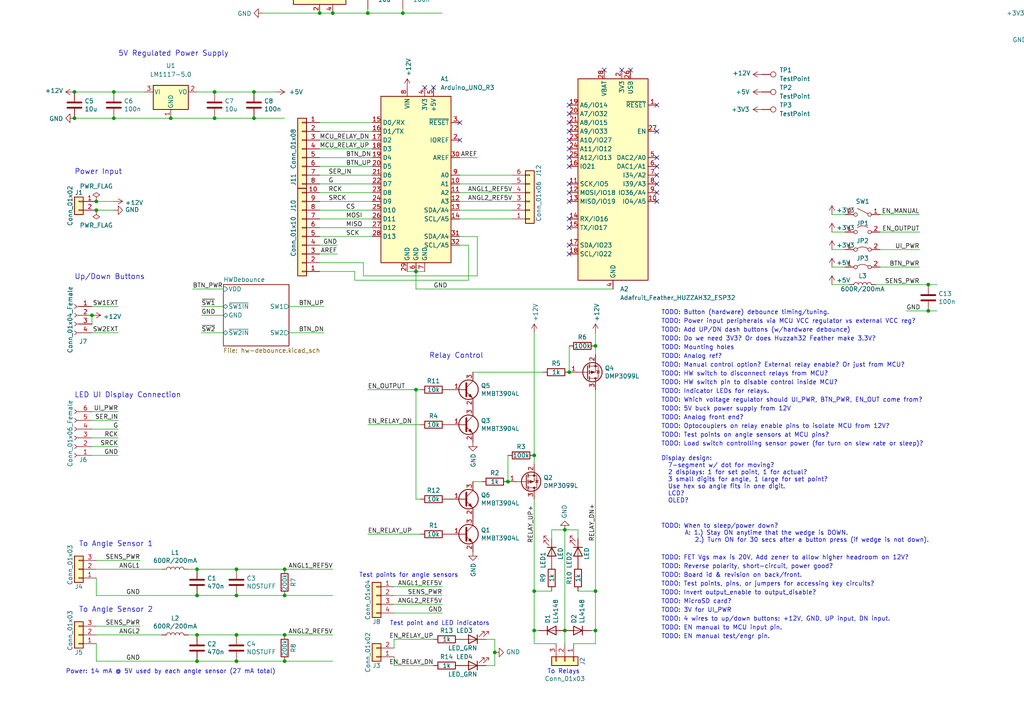
<source format=kicad_sch>
(kicad_sch (version 20211123) (generator eeschema)
  (paper "A4")
  (junction (at 82.55 172.72))
  (junction (at 92.71 3.81))
  (junction (at 163.83 182.88))
  (junction (at 27.94 58.42))
  (junction (at 27.94 60.96))
  (junction (at 39.37 236.22))
  (junction (at 39.37 248.92))
  (junction (at 172.72 171.45))
  (junction (at 116.84 -5.08))
  (junction (at 147.32 139.7))
  (junction (at 68.58 165.1))
  (junction (at 116.84 3.81))
  (junction (at 147.32 267.97))
  (junction (at 127 220.98))
  (junction (at 304.8 11.43))
  (junction (at 172.72 182.88))
  (junction (at 304.8 3.81))
  (junction (at 154.94 182.88))
  (junction (at 57.15 191.77))
  (junction (at 82.55 191.77))
  (junction (at 163.83 153.67))
  (junction (at 68.58 184.15))
  (junction (at 39.37 267.97))
  (junction (at 172.72 220.98))
  (junction (at 82.55 184.15))
  (junction (at 82.55 165.1))
  (junction (at 120.65 113.03))
  (junction (at -49.53 88.9))
  (junction (at 33.02 34.29))
  (junction (at 49.53 34.29))
  (junction (at 73.66 26.67))
  (junction (at 57.15 165.1))
  (junction (at 154.94 171.45))
  (junction (at 62.23 34.29))
  (junction (at 43.18 220.98))
  (junction (at 57.15 184.15))
  (junction (at 62.23 26.67))
  (junction (at 170.18 267.97))
  (junction (at 35.56 267.97))
  (junction (at 68.58 191.77))
  (junction (at 127 267.97))
  (junction (at 106.68 -5.08))
  (junction (at 26.67 91.44))
  (junction (at 269.24 82.55))
  (junction (at -34.29 107.95))
  (junction (at 154.94 132.08))
  (junction (at 143.51 189.23))
  (junction (at 21.59 26.67))
  (junction (at -34.29 88.9))
  (junction (at 21.59 34.29))
  (junction (at 269.24 90.17))
  (junction (at 78.74 -5.08))
  (junction (at 39.37 238.76))
  (junction (at 96.52 3.81))
  (junction (at 106.68 3.81))
  (junction (at -49.53 107.95))
  (junction (at 39.37 254))
  (junction (at 165.1 107.95))
  (junction (at 147.32 220.98))
  (junction (at 33.02 26.67))
  (junction (at 57.15 172.72))
  (junction (at 68.58 172.72))
  (junction (at 172.72 100.33))
  (junction (at 120.65 78.74))
  (junction (at 73.66 34.29))
  (no_connect (at 133.35 40.64))
  (no_connect (at 133.35 35.56))
  (no_connect (at 125.73 25.4))
  (no_connect (at 123.19 25.4))
  (no_connect (at 355.6 40.64))
  (no_connect (at 355.6 43.18))
  (no_connect (at 355.6 45.72))
  (no_connect (at 355.6 22.86))
  (no_connect (at 190.5 58.42))
  (no_connect (at 190.5 55.88))
  (no_connect (at 190.5 53.34))
  (no_connect (at 190.5 50.8))
  (no_connect (at 190.5 48.26))
  (no_connect (at 190.5 45.72))
  (no_connect (at 190.5 38.1))
  (no_connect (at 190.5 30.48))
  (no_connect (at 182.88 20.32))
  (no_connect (at 180.34 20.32))
  (no_connect (at 175.26 20.32))
  (no_connect (at 165.1 30.48))
  (no_connect (at 165.1 33.02))
  (no_connect (at 165.1 35.56))
  (no_connect (at 165.1 38.1))
  (no_connect (at 165.1 40.64))
  (no_connect (at 165.1 43.18))
  (no_connect (at 165.1 45.72))
  (no_connect (at 165.1 48.26))
  (no_connect (at 165.1 53.34))
  (no_connect (at 165.1 55.88))
  (no_connect (at 165.1 58.42))
  (no_connect (at 165.1 63.5))
  (no_connect (at 165.1 66.04))
  (no_connect (at 165.1 71.12))
  (no_connect (at 165.1 73.66))
  (wire (pts (xy 26.67 267.97) (xy 35.56 267.97)))
  (wire (pts (xy 147.32 247.65) (xy 147.32 267.97)))
  (wire (pts (xy 57.15 26.67) (xy 62.23 26.67)))
  (wire (pts (xy 114.3 175.26) (xy 128.27 175.26)))
  (wire (pts (xy 82.55 184.15) (xy 96.52 184.15)))
  (wire (pts (xy 55.88 83.82) (xy 64.77 83.82)))
  (wire (pts (xy 26.67 121.92) (xy 34.29 121.92)))
  (wire (pts (xy 127 241.3) (xy 135.89 241.3)))
  (wire (pts (xy 133.35 68.58) (xy 138.43 68.58)))
  (wire (pts (xy 39.37 236.22) (xy 43.18 236.22)))
  (wire (pts (xy 147.32 220.98) (xy 172.72 220.98)))
  (wire (pts (xy 147.32 238.76) (xy 147.32 237.49)))
  (wire (pts (xy 104.14 -5.08) (xy 106.68 -5.08)))
  (wire (pts (xy 39.37 238.76) (xy 39.37 248.92)))
  (wire (pts (xy 241.3 82.55) (xy 246.38 82.55)))
  (wire (pts (xy 302.26 25.4) (xy 311.15 25.4)))
  (wire (pts (xy 92.71 40.64) (xy 107.95 40.64)))
  (wire (pts (xy -34.29 99.06) (xy -29.21 99.06)))
  (wire (pts (xy 255.27 77.47) (xy 266.7 77.47)))
  (wire (pts (xy 127 220.98) (xy 147.32 220.98)))
  (wire (pts (xy 26.67 91.44) (xy 26.67 93.98)))
  (wire (pts (xy 154.94 182.88) (xy 156.21 182.88)))
  (wire (pts (xy 127 267.97) (xy 147.32 267.97)))
  (polyline (pts (xy -3.81 27.94) (xy -3.81 140.97)))
  (wire (pts (xy 172.72 102.87) (xy 172.72 100.33)))
  (wire (pts (xy 302.26 59.69) (xy 346.71 59.69)))
  (wire (pts (xy 172.72 220.98) (xy 175.26 220.98)))
  (wire (pts (xy 27.94 167.64) (xy 27.94 172.72)))
  (wire (pts (xy 57.15 184.15) (xy 68.58 184.15)))
  (wire (pts (xy 92.71 73.66) (xy 97.79 73.66)))
  (wire (pts (xy 167.64 156.21) (xy 167.64 153.67)))
  (wire (pts (xy 21.59 34.29) (xy 33.02 34.29)))
  (wire (pts (xy 147.32 241.3) (xy 172.72 241.3)))
  (wire (pts (xy 154.94 144.78) (xy 154.94 171.45)))
  (wire (pts (xy 73.66 238.76) (xy 73.66 241.3)))
  (wire (pts (xy 135.89 81.28) (xy 102.87 81.28)))
  (wire (pts (xy 106.68 -5.08) (xy 116.84 -5.08)))
  (wire (pts (xy 157.48 107.95) (xy 137.16 107.95)))
  (wire (pts (xy 57.15 172.72) (xy 68.58 172.72)))
  (wire (pts (xy -34.29 88.9) (xy -29.21 88.9)))
  (wire (pts (xy 344.17 50.8) (xy 341.63 50.8)))
  (wire (pts (xy 147.32 267.97) (xy 170.18 267.97)))
  (wire (pts (xy 49.53 34.29) (xy 62.23 34.29)))
  (wire (pts (xy 54.61 165.1) (xy 57.15 165.1)))
  (wire (pts (xy 57.15 191.77) (xy 68.58 191.77)))
  (wire (pts (xy 255.27 72.39) (xy 266.7 72.39)))
  (wire (pts (xy 133.35 71.12) (xy 135.89 71.12)))
  (wire (pts (xy 58.42 91.44) (xy 64.77 91.44)))
  (wire (pts (xy 266.7 67.31) (xy 255.27 67.31)))
  (wire (pts (xy 116.84 -5.08) (xy 128.27 -5.08)))
  (wire (pts (xy 91.44 248.92) (xy 39.37 248.92)))
  (wire (pts (xy 54.61 184.15) (xy 57.15 184.15)))
  (wire (pts (xy 241.3 77.47) (xy 245.11 77.47)))
  (wire (pts (xy 35.56 242.57) (xy 35.56 267.97)))
  (wire (pts (xy 26.67 129.54) (xy 34.29 129.54)))
  (wire (pts (xy 127 231.14) (xy 127 220.98)))
  (wire (pts (xy 147.32 132.08) (xy 147.32 139.7)))
  (wire (pts (xy 154.94 186.69) (xy 154.94 182.88)))
  (wire (pts (xy 73.66 236.22) (xy 91.44 236.22)))
  (wire (pts (xy 304.8 3.81) (xy 309.88 3.81)))
  (wire (pts (xy 139.7 139.7) (xy 137.16 139.7)))
  (wire (pts (xy 138.43 68.58) (xy 138.43 80.01)))
  (wire (pts (xy 135.89 71.12) (xy 135.89 81.28)))
  (wire (pts (xy 140.97 193.04) (xy 143.51 193.04)))
  (wire (pts (xy 78.74 -5.08) (xy 81.28 -5.08)))
  (wire (pts (xy 140.97 185.42) (xy 143.51 185.42)))
  (wire (pts (xy 77.47 238.76) (xy 91.44 238.76)))
  (wire (pts (xy 127 261.62) (xy 127 267.97)))
  (wire (pts (xy 120.65 83.82) (xy 177.8 83.82)))
  (wire (pts (xy 21.59 26.67) (xy 33.02 26.67)))
  (wire (pts (xy 121.92 113.03) (xy 120.65 113.03)))
  (wire (pts (xy 118.11 78.74) (xy 120.65 78.74)))
  (wire (pts (xy 133.35 45.72) (xy 138.43 45.72)))
  (wire (pts (xy -64.77 80.01) (xy -57.15 80.01)))
  (wire (pts (xy 92.71 43.18) (xy 107.95 43.18)))
  (wire (pts (xy 172.72 241.3) (xy 172.72 220.98)))
  (wire (pts (xy -34.29 85.09) (xy -34.29 88.9)))
  (wire (pts (xy 120.65 78.74) (xy 120.65 83.82)))
  (wire (pts (xy 172.72 100.33) (xy 172.72 96.52)))
  (wire (pts (xy 76.2 -5.08) (xy 78.74 -5.08)))
  (wire (pts (xy 114.3 172.72) (xy 128.27 172.72)))
  (wire (pts (xy 172.72 182.88) (xy 171.45 182.88)))
  (wire (pts (xy -49.53 107.95) (xy -34.29 107.95)))
  (wire (pts (xy 83.82 96.52) (xy 93.98 96.52)))
  (wire (pts (xy 27.94 191.77) (xy 57.15 191.77)))
  (wire (pts (xy 73.66 34.29) (xy 82.55 34.29)))
  (wire (pts (xy 344.17 48.26) (xy 341.63 48.26)))
  (wire (pts (xy 26.67 132.08) (xy 34.29 132.08)))
  (wire (pts (xy -64.77 99.06) (xy -57.15 99.06)))
  (wire (pts (xy 116.84 2.54) (xy 116.84 3.81)))
  (wire (pts (xy 262.89 90.17) (xy 269.24 90.17)))
  (wire (pts (xy 39.37 254) (xy 39.37 248.92)))
  (wire (pts (xy 92.71 71.12) (xy 97.79 71.12)))
  (wire (pts (xy 130.81 238.76) (xy 130.81 246.38)))
  (wire (pts (xy 153.67 234.95) (xy 166.37 234.95)))
  (wire (pts (xy 39.37 238.76) (xy 43.18 238.76)))
  (wire (pts (xy 133.35 55.88) (xy 148.59 55.88)))
  (wire (pts (xy 269.24 82.55) (xy 271.78 82.55)))
  (wire (pts (xy 92.71 68.58) (xy 107.95 68.58)))
  (wire (pts (xy 120.65 113.03) (xy 120.65 144.78)))
  (wire (pts (xy 114.3 190.5) (xy 114.3 193.04)))
  (wire (pts (xy 302.26 48.26) (xy 311.15 48.26)))
  (wire (pts (xy 302.26 50.8) (xy 302.26 59.69)))
  (wire (pts (xy 33.02 26.67) (xy 41.91 26.67)))
  (wire (pts (xy 300.99 3.81) (xy 304.8 3.81)))
  (wire (pts (xy 143.51 185.42) (xy 143.51 189.23)))
  (wire (pts (xy 40.64 181.61) (xy 27.94 181.61)))
  (wire (pts (xy 163.83 153.67) (xy 167.64 153.67)))
  (wire (pts (xy 116.84 3.81) (xy 128.27 3.81)))
  (wire (pts (xy 127 238.76) (xy 130.81 238.76)))
  (polyline (pts (xy -95.25 27.94) (xy -3.81 27.94)))
  (wire (pts (xy 163.83 153.67) (xy 163.83 182.88)))
  (wire (pts (xy 106.68 123.19) (xy 121.92 123.19)))
  (wire (pts (xy 58.42 88.9) (xy 64.77 88.9)))
  (wire (pts (xy 27.94 186.69) (xy 27.94 191.77)))
  (wire (pts (xy 82.55 165.1) (xy 96.52 165.1)))
  (wire (pts (xy 92.71 48.26) (xy 107.95 48.26)))
  (wire (pts (xy 255.27 62.23) (xy 266.7 62.23)))
  (wire (pts (xy 33.02 34.29) (xy 49.53 34.29)))
  (wire (pts (xy 92.71 50.8) (xy 107.95 50.8)))
  (wire (pts (xy 154.94 134.62) (xy 154.94 132.08)))
  (wire (pts (xy 82.55 172.72) (xy 96.52 172.72)))
  (wire (pts (xy 160.02 153.67) (xy 163.83 153.67)))
  (wire (pts (xy 302.26 50.8) (xy 311.15 50.8)))
  (wire (pts (xy 269.24 90.17) (xy 271.78 90.17)))
  (wire (pts (xy 33.02 60.96) (xy 27.94 60.96)))
  (wire (pts (xy 83.82 88.9) (xy 93.98 88.9)))
  (wire (pts (xy 302.26 62.23) (xy 344.17 62.23)))
  (wire (pts (xy 92.71 76.2) (xy 105.41 76.2)))
  (wire (pts (xy 133.35 53.34) (xy 148.59 53.34)))
  (wire (pts (xy 92.71 63.5) (xy 107.95 63.5)))
  (wire (pts (xy 346.71 38.1) (xy 355.6 38.1)))
  (wire (pts (xy 91.44 254) (xy 39.37 254)))
  (wire (pts (xy 133.35 50.8) (xy 148.59 50.8)))
  (wire (pts (xy 167.64 171.45) (xy 172.72 171.45)))
  (wire (pts (xy 120.65 144.78) (xy 121.92 144.78)))
  (wire (pts (xy 26.67 88.9) (xy 34.29 88.9)))
  (wire (pts (xy 344.17 33.02) (xy 355.6 33.02)))
  (wire (pts (xy -34.29 80.01) (xy -29.21 80.01)))
  (wire (pts (xy 160.02 156.21) (xy 160.02 153.67)))
  (wire (pts (xy 147.32 242.57) (xy 147.32 241.3)))
  (wire (pts (xy 130.81 246.38) (xy 139.7 246.38)))
  (wire (pts (xy 147.32 220.98) (xy 147.32 232.41)))
  (wire (pts (xy 127 236.22) (xy 139.7 236.22)))
  (wire (pts (xy 346.71 59.69) (xy 346.71 38.1)))
  (wire (pts (xy 165.1 100.33) (xy 165.1 107.95)))
  (wire (pts (xy -64.77 107.95) (xy -49.53 107.95)))
  (wire (pts (xy 35.56 267.97) (xy 39.37 267.97)))
  (wire (pts (xy 172.72 186.69) (xy 172.72 182.88)))
  (wire (pts (xy 106.68 3.81) (xy 116.84 3.81)))
  (wire (pts (xy -49.53 88.9) (xy -34.29 88.9)))
  (wire (pts (xy 154.94 186.69) (xy 161.29 186.69)))
  (wire (pts (xy 77.47 251.46) (xy 91.44 251.46)))
  (wire (pts (xy 172.72 113.03) (xy 172.72 171.45)))
  (wire (pts (xy 154.94 132.08) (xy 154.94 96.52)))
  (wire (pts (xy 163.83 182.88) (xy 163.83 186.69)))
  (wire (pts (xy 27.94 172.72) (xy 57.15 172.72)))
  (wire (pts (xy 344.17 50.8) (xy 344.17 62.23)))
  (wire (pts (xy -49.53 104.14) (xy -49.53 107.95)))
  (wire (pts (xy 39.37 236.22) (xy 39.37 238.76)))
  (wire (pts (xy 27.94 165.1) (xy 46.99 165.1)))
  (wire (pts (xy 26.67 127) (xy 34.29 127)))
  (wire (pts (xy 170.18 267.97) (xy 175.26 267.97)))
  (wire (pts (xy 153.67 245.11) (xy 166.37 245.11)))
  (wire (pts (xy -34.29 107.95) (xy -29.21 107.95)))
  (wire (pts (xy 81.28 -1.27) (xy 78.74 -1.27)))
  (wire (pts (xy 68.58 172.72) (xy 82.55 172.72)))
  (wire (pts (xy 241.3 62.23) (xy 245.11 62.23)))
  (wire (pts (xy 92.71 55.88) (xy 107.95 55.88)))
  (polyline (pts (xy -3.81 140.97) (xy -95.25 140.97)))
  (wire (pts (xy 344.17 48.26) (xy 344.17 33.02)))
  (wire (pts (xy 143.51 189.23) (xy 143.51 193.04)))
  (wire (pts (xy 92.71 38.1) (xy 107.95 38.1)))
  (wire (pts (xy 105.41 80.01) (xy 105.41 76.2)))
  (wire (pts (xy 26.67 236.22) (xy 39.37 236.22)))
  (wire (pts (xy 92.71 45.72) (xy 107.95 45.72)))
  (wire (pts (xy 26.67 124.46) (xy 34.29 124.46)))
  (wire (pts (xy 82.55 191.77) (xy 96.52 191.77)))
  (wire (pts (xy 241.3 67.31) (xy 245.11 67.31)))
  (wire (pts (xy 26.67 96.52) (xy 34.29 96.52)))
  (wire (pts (xy 73.66 241.3) (xy 91.44 241.3)))
  (wire (pts (xy 62.23 26.67) (xy 73.66 26.67)))
  (wire (pts (xy 302.26 27.94) (xy 311.15 27.94)))
  (wire (pts (xy 92.71 60.96) (xy 107.95 60.96)))
  (wire (pts (xy 73.66 26.67) (xy 80.01 26.67)))
  (wire (pts (xy 114.3 170.18) (xy 128.27 170.18)))
  (wire (pts (xy 43.18 220.98) (xy 43.18 232.41)))
  (wire (pts (xy 147.32 238.76) (xy 170.18 238.76)))
  (wire (pts (xy 34.29 220.98) (xy 43.18 220.98)))
  (wire (pts (xy 125.73 185.42) (xy 114.3 185.42)))
  (wire (pts (xy 172.72 171.45) (xy 172.72 182.88)))
  (wire (pts (xy 154.94 171.45) (xy 160.02 171.45)))
  (wire (pts (xy 241.3 72.39) (xy 245.11 72.39)))
  (wire (pts (xy 76.2 3.81) (xy 92.71 3.81)))
  (wire (pts (xy 96.52 3.81) (xy 106.68 3.81)))
  (wire (pts (xy 166.37 186.69) (xy 172.72 186.69)))
  (wire (pts (xy 39.37 267.97) (xy 127 267.97)))
  (wire (pts (xy 106.68 154.94) (xy 121.92 154.94)))
  (wire (pts (xy 106.68 2.54) (xy 106.68 3.81)))
  (wire (pts (xy 39.37 254) (xy 39.37 257.81)))
  (wire (pts (xy 133.35 63.5) (xy 148.59 63.5)))
  (wire (pts (xy 27.94 184.15) (xy 46.99 184.15)))
  (wire (pts (xy 77.47 243.84) (xy 91.44 243.84)))
  (wire (pts (xy 62.23 34.29) (xy 73.66 34.29)))
  (wire (pts (xy 58.42 96.52) (xy 64.77 96.52)))
  (wire (pts (xy 300.99 11.43) (xy 304.8 11.43)))
  (wire (pts (xy 138.43 80.01) (xy 105.41 80.01)))
  (wire (pts (xy 68.58 165.1) (xy 82.55 165.1)))
  (wire (pts (xy 92.71 3.81) (xy 96.52 3.81)))
  (wire (pts (xy 254 82.55) (xy 269.24 82.55)))
  (wire (pts (xy 77.47 246.38) (xy 91.44 246.38)))
  (wire (pts (xy 68.58 191.77) (xy 82.55 191.77)))
  (wire (pts (xy 43.18 242.57) (xy 35.56 242.57)))
  (wire (pts (xy 57.15 165.1) (xy 68.58 165.1)))
  (wire (pts (xy -49.53 85.09) (xy -49.53 88.9)))
  (wire (pts (xy 154.94 171.45) (xy 154.94 182.88)))
  (wire (pts (xy 127 243.84) (xy 139.7 243.84)))
  (wire (pts (xy 92.71 66.04) (xy 107.95 66.04)))
  (wire (pts (xy 341.63 27.94) (xy 355.6 27.94)))
  (wire (pts (xy 33.02 58.42) (xy 27.94 58.42)))
  (wire (pts (xy -64.77 88.9) (xy -49.53 88.9)))
  (wire (pts (xy 102.87 81.28) (xy 102.87 78.74)))
  (wire (pts (xy 304.8 11.43) (xy 309.88 11.43)))
  (wire (pts (xy 26.67 119.38) (xy 34.29 119.38)))
  (wire (pts (xy 92.71 35.56) (xy 107.95 35.56)))
  (wire (pts (xy 114.3 177.8) (xy 128.27 177.8)))
  (wire (pts (xy 114.3 185.42) (xy 114.3 187.96)))
  (polyline (pts (xy -95.25 140.97) (xy -95.25 27.94)))
  (wire (pts (xy 133.35 60.96) (xy 148.59 60.96)))
  (wire (pts (xy -34.29 104.14) (xy -34.29 107.95)))
  (wire (pts (xy 106.68 113.03) (xy 120.65 113.03)))
  (wire (pts (xy 133.35 58.42) (xy 148.59 58.42)))
  (wire (pts (xy 125.73 193.04) (xy 114.3 193.04)))
  (wire (pts (xy 135.89 241.3) (xy 135.89 233.68)))
  (wire (pts (xy 120.65 78.74) (xy 123.19 78.74)))
  (wire (pts (xy 92.71 78.74) (xy 102.87 78.74)))
  (wire (pts (xy 170.18 238.76) (xy 170.18 267.97)))
  (wire (pts (xy 92.71 58.42) (xy 107.95 58.42)))
  (wire (pts (xy 341.63 25.4) (xy 355.6 25.4)))
  (wire (pts (xy 92.71 53.34) (xy 107.95 53.34)))
  (wire (pts (xy 78.74 -1.27) (xy 78.74 -5.08)))
  (wire (pts (xy 39.37 265.43) (xy 39.37 267.97)))
  (wire (pts (xy 68.58 184.15) (xy 82.55 184.15)))
  (wire (pts (xy 40.64 162.56) (xy 27.94 162.56)))
  (wire (pts (xy 43.18 220.98) (xy 127 220.98)))
  (wire (pts (xy 135.89 233.68) (xy 139.7 233.68)))
  (text "TODO: Invert output_enable to output_disable?" (at 191.77 172.72 0) (effects (font (size 1.27 1.27)) (justify left bottom)))
  (text "TODO: Load switch controlling sensor power (for turn on slew rate or sleep)?" (at 191.77 129.54 0) (effects (font (size 1.27 1.27)) (justify left bottom)))
  (text "TODO: 3V for UI_PWR" (at 191.77 177.8 0) (effects (font (size 1.27 1.27)) (justify left bottom)))
  (text "TODO: EN manual to MCU input pin." (at 191.77 182.88 0) (effects (font (size 1.27 1.27)) (justify left bottom)))
  (text "TODO: Which voltage regulator should UI_PWR, BTN_PWR, EN_OUT come from?" (at 191.77 116.84 0) (effects (font (size 1.27 1.27)) (justify left bottom)))
  (text "Inverted, open-collector output" (at -38.1 64.77 0) (effects (font (size 1.27 1.27)) (justify left bottom)))
  (text "TODO: 4 wires to up/down buttons: +12V, GND, UP input, DN input." (at 191.77 180.34 0) (effects (font (size 1.27 1.27)) (justify left bottom)))
  (text "TODO: Reverse polarity, short-circuit, power good?" (at 191.77 165.1 0) (effects (font (size 1.27 1.27)) (justify left bottom)))
  (text "TODO: Add UP/DN dash buttons (w/hardware debounce)" (at 191.77 96.52 0) (effects (font (size 1.27 1.27)) (justify left bottom)))
  (text "TODO: Indicator LEDs for relays." (at 191.77 114.3 0) (effects (font (size 1.27 1.27)) (justify left bottom)))
  (text "To Angle Sensor 1" (at 22.86 158.75 0) (effects (font (size 1.524 1.524)) (justify left bottom)))
  (text "TODO: Analog front end?" (at 191.77 121.92 0) (effects (font (size 1.27 1.27)) (justify left bottom)))
  (text "TODO: MicroSD card?" (at 191.77 175.26 0) (effects (font (size 1.27 1.27)) (justify left bottom)))
  (text "TODO: EN manual test/engr pin." (at 191.77 185.42 0) (effects (font (size 1.27 1.27)) (justify left bottom)))
  (text "Display design:\n  7-segment w/ dot for moving?\n  2 displays: 1 for set point, 1 for actual?\n  3 small digits for angle, 1 large for set point?\n  Use hex so angle fits in one digit.\n  LCD?\n  OLED?" (at 191.77 146.05 0) (effects (font (size 1.27 1.27)) (justify left bottom)))
  (text "TODO: HW switch pin to disable control inside MCU?" (at 191.77 111.76 0) (effects (font (size 1.27 1.27)) (justify left bottom)))
  (text "TODO: Test points on angle sensors at MCU pins?" (at 191.77 127 0) (effects (font (size 1.27 1.27)) (justify left bottom)))
  (text "Test points for angle sensors" (at 104.14 167.64 0) (effects (font (size 1.27 1.27)) (justify left bottom)))
  (text "TODO: FET Vgs max is 20V, Add zener to allow higher headroom on 12V?" (at 191.77 162.56 0) (effects (font (size 1.27 1.27)) (justify left bottom)))
  (text "5V Regulated Power Supply" (at 34.29 16.51 0) (effects (font (size 1.524 1.524)) (justify left bottom)))
  (text "Relay Control" (at 124.46 104.14 0) (effects (font (size 1.524 1.524)) (justify left bottom)))
  (text "Hardware Manual Control Option" (at 82.55 217.17 0) (effects (font (size 1.524 1.524)) (justify left bottom)))
  (text "Power Input" (at 21.59 50.8 0) (effects (font (size 1.524 1.524)) (justify left bottom)))
  (text "Up/Down Buttons" (at 21.59 81.28 0) (effects (font (size 1.524 1.524)) (justify left bottom)))
  (text "3.3V Regulated Power Supply" (at 80.01 -13.97 0) (effects (font (size 1.524 1.524)) (justify left bottom)))
  (text "TODO: Button (hardware) debounce timing/tuning." (at 191.77 91.44 0) (effects (font (size 1.27 1.27)) (justify left bottom)))
  (text "TODO: Analog ref?" (at 191.77 104.14 0) (effects (font (size 1.27 1.27)) (justify left bottom)))
  (text "TODO: Manual control option? External relay enable? Or just from MCU?" (at 191.77 106.68 0) (effects (font (size 1.27 1.27)) (justify left bottom)))
  (text "TODO: HW switch to disconnect relays from MCU?" (at 191.77 109.22 0) (effects (font (size 1.27 1.27)) (justify left bottom)))
  (text "TODO: Optocouplers on relay enable pins to isolate MCU from 12V?" (at 191.77 124.46 0) (effects (font (size 1.27 1.27)) (justify left bottom)))
  (text "TODO: Board id & revision on back/front." (at 191.77 167.64 0) (effects (font (size 1.27 1.27)) (justify left bottom)))
  (text "Support Active-High (15V Max) Switch Input" (at -78.74 33.02 0) (effects (font (size 1.524 1.524)) (justify left bottom)))
  (text "To Angle Sensor 2" (at 22.86 177.8 0) (effects (font (size 1.524 1.524)) (justify left bottom)))
  (text "Test point and LED indicators" (at 113.03 181.61 0) (effects (font (size 1.27 1.27)) (justify left bottom)))
  (text "TODO: When to sleep/power down?\n       A: 1.) Stay ON anytime that the wedge is DOWN.\n          2.) Turn ON for 30 secs after a button press (if wedge is not down)." (at 191.77 157.48 0) (effects (font (size 1.27 1.27)) (justify left bottom)))
  (text "TODO: 5V buck power supply from 12V" (at 191.77 119.38 0) (effects (font (size 1.27 1.27)) (justify left bottom)))
  (text "TODO: Test points, pins, or jumpers for accessing key circuits?" (at 191.77 170.18 0) (effects (font (size 1.27 1.27)) (justify left bottom)))
  (text "TODO: Do we need 3V3? Or does Huzzah32 Feather make 3.3V?" (at 191.77 99.06 0) (effects (font (size 1.27 1.27)) (justify left bottom)))
  (text "Power: 14 mA @ 5V used by each angle sensor (27 mA total)" (at 19.05 195.58 0) (effects (font (size 1.27 1.27)) (justify left bottom)))
  (text "To Relays" (at 158.75 195.58 0) (effects (font (size 1.27 1.27)) (justify left bottom)))
  (text "TODO: Mounting holes" (at 191.77 101.6 0) (effects (font (size 1.27 1.27)) (justify left bottom)))
  (text "LED UI Display Connection" (at 21.59 115.57 0) (effects (font (size 1.524 1.524)) (justify left bottom)))
  (text "TODO: Power input peripherals via MCU VCC regulator vs external VCC reg?" (at 191.77 93.98 0) (effects (font (size 1.27 1.27)) (justify left bottom)))
  (label "EN_RELAY_UP" (at 166.37 245.11 180))
  (label "BTN_UP" (at 93.98 88.9 180))
  (label "AREF" (at 97.79 73.66 180))
  (label "SW1EXT" (at -64.77 80.01 0))
  (label "SD_DO" (at 346.71 38.1 0))
  (label "SRCK" (at 95.25 58.42 0))
  (label "MOSI" (at 302.26 27.94 0))
  (label "BTN_PWR" (at 266.7 77.47 180))
  (label "UI_PWR" (at 34.29 119.38 180))
  (label "BTN_DN" (at 100.33 45.72 0))
  (label "BTN_PWR" (at 55.88 83.82 0))
  (label "GND" (at 128.27 177.8 180))
  (label "EN_OUTPUT" (at 106.68 113.03 0))
  (label "EN_RELAY_UP" (at 125.73 185.42 180))
  (label "BTN_DN" (at 93.98 96.52 180))
  (label "EN_RELAY_UP" (at 106.68 154.94 0))
  (label "SER_IN" (at 34.29 121.92 180))
  (label "GND" (at 58.42 91.44 0))
  (label "GND" (at 40.64 191.77 180))
  (label "~{SW2}" (at -29.21 99.06 180))
  (label "ANGL1_REF5V" (at 128.27 170.18 180))
  (label "SENS_PWR" (at 40.64 181.61 180))
  (label "EN_RELAY_DN" (at 106.68 123.19 0))
  (label "EN_OUTPUT" (at 266.7 67.31 180))
  (label "AREF" (at 138.43 45.72 180))
  (label "ANGL1_REF5V" (at 96.52 165.1 180))
  (label "RCK" (at 95.25 55.88 0))
  (label "BTN_UP" (at 77.47 251.46 0))
  (label "SCK" (at 100.33 68.58 0))
  (label "SER_IN" (at 95.25 50.8 0))
  (label "SD_CS" (at 346.71 25.4 0))
  (label "SENS_PWR" (at 40.64 162.56 180))
  (label "ANGL2_REF5V" (at 96.52 184.15 180))
  (label "G" (at 34.29 124.46 180))
  (label "MCU_RELAY_UP" (at 77.47 243.84 0))
  (label "MCU_RELAY_DN" (at 77.47 238.76 0))
  (label "BTN_DN" (at 77.47 246.38 0))
  (label "SW2EXT" (at -64.77 99.06 0))
  (label "ANGL2" (at 40.64 184.15 180))
  (label "GND" (at 34.29 132.08 180))
  (label "SENS_PWR" (at 128.27 172.72 180))
  (label "GND" (at -64.77 107.95 0))
  (label "~{SW1}" (at 58.42 88.9 0))
  (label "SRCK" (at 34.29 129.54 180))
  (label "EN_RELAY_DN" (at 125.73 193.04 180))
  (label "~{SW2}" (at 58.42 96.52 0))
  (label "SENS_PWR" (at 266.7 82.55 180))
  (label "GND" (at 26.67 267.97 0))
  (label "MOSI" (at 100.33 63.5 0))
  (label "GND" (at 262.89 90.17 0))
  (label "RELAY_UP+" (at 154.94 157.48 90))
  (label "EN_MANUAL" (at 266.7 62.23 180))
  (label "SD_DI" (at 346.71 27.94 0))
  (label "MISO" (at 302.26 62.23 0))
  (label "G" (at 95.25 53.34 0))
  (label "GND" (at 97.79 71.12 180))
  (label "MCU_RELAY_UP" (at 92.71 43.18 0))
  (label "MCU_RELAY_DN" (at 92.71 40.64 0))
  (label "SCK" (at 302.26 48.26 0))
  (label "ANGL1" (at 40.64 165.1 180))
  (label "ANGL2_REF5V" (at 128.27 175.26 180))
  (label "SW1EXT" (at 34.29 88.9 180))
  (label "GND" (at 40.64 172.72 180))
  (label "GND" (at 125.73 83.82 0))
  (label "EN_RELAY_DN" (at 166.37 234.95 180))
  (label "~{SW1}" (at -29.21 80.01 180))
  (label "ANGL1_REF5V" (at 148.59 55.88 180))
  (label "RCK" (at 34.29 127 180))
  (label "CS" (at 100.33 60.96 0))
  (label "BTN_UP" (at 100.33 48.26 0))
  (label "RELAY_DN+" (at 172.72 146.05 270))
  (label "SW2EXT" (at 34.29 96.52 180))
  (label "SD_CLK" (at 346.71 33.02 0))
  (label "GND" (at -64.77 88.9 0))
  (label "ANGL2_REF5V" (at 148.59 58.42 180))
  (label "MISO" (at 100.33 66.04 0))
  (label "EN_MANUAL" (at 26.67 236.22 0))
  (label "UI_PWR" (at 266.7 72.39 180))
  (label "CS" (at 302.26 25.4 0))
  (symbol (lib_id "Connector_Generic:Conn_01x02") (at 22.86 58.42 0) (mirror y) (unit 1)
    (property "Reference" "J1" (at 22.86 55.88 0))
    (property "Value" "Conn_01x02" (at 20.32 59.69 90))
    (property "Footprint" "TerminalBlock_Phoenix:TerminalBlock_Phoenix_PT-1,5-2-3.5-H_1x02_P3.50mm_Horizontal" (effects hide))
  )
  (symbol (lib_id "power:PWR_FLAG") (at 27.94 58.42 0) (unit 1)
    (property "Reference" "#FLG01" (effects hide))
    (property "Value" "PWR_FLAG" (at 27.94 54.0258 0))
  )
  (symbol (lib_id "power:+12V") (at 33.02 58.42 270) (unit 1)
    (property "Reference" "#PWR01" (effects hide))
    (property "Value" "+12V" (at 36.2712 58.801 90) (effects (justify left)))
  )
  (symbol (lib_id "power:GND") (at 33.02 60.96 90) (unit 1)
    (property "Reference" "#PWR02" (effects hide))
    (property "Value" "GND" (at 36.2712 60.833 90) (effects (justify right)))
  )
  (symbol (lib_id "power:PWR_FLAG") (at 27.94 60.96 180) (unit 1)
    (property "Reference" "#FLG02" (effects hide))
    (property "Value" "PWR_FLAG" (at 27.94 65.3542 0))
  )
  (symbol (lib_id "Device:Q_PMOS_GSD") (at 152.4 139.7 0) (mirror x) (unit 1)
    (property "Reference" "Q2" (at 157.607 138.5316 0) (effects (justify left)))
    (property "Value" "DMP3099L" (at 157.607 140.843 0) (effects (justify left)))
    (property "Footprint" "Package_TO_SOT_SMD:SOT-23" (effects hide))
  )
  (symbol (lib_id "Connector_Generic:Conn_01x03") (at 163.83 191.77 270) (unit 1)
    (property "Reference" "J2" (at 168.91 191.77 0))
    (property "Value" "Conn_01x03" (at 163.83 196.85 90))
    (property "Footprint" "TerminalBlock_Phoenix:TerminalBlock_Phoenix_PT-1,5-3-3.5-H_1x03_P3.50mm_Horizontal" (effects hide))
  )
  (symbol (lib_id "power:GND") (at 163.83 153.67 180) (unit 1)
    (property "Reference" "#PWR05" (effects hide))
    (property "Value" "GND" (at 163.703 150.4188 90) (effects (justify right)))
  )
  (symbol (lib_id "power:+12V") (at 154.94 96.52 0) (unit 1)
    (property "Reference" "#PWR04" (effects hide))
    (property "Value" "+12V" (at 155.321 93.2688 90) (effects (justify left)))
  )
  (symbol (lib_id "Device:R") (at 151.13 132.08 270) (unit 1)
    (property "Reference" "R3" (at 151.13 129.54 90))
    (property "Value" "100k" (at 151.13 132.08 90))
    (property "Footprint" "Resistor_SMD:R_0603_1608Metric" (effects hide))
  )
  (symbol (lib_id "Device:R") (at 143.51 139.7 270) (unit 1)
    (property "Reference" "R2" (at 143.51 137.16 90))
    (property "Value" "1k" (at 143.51 139.7 90))
    (property "Footprint" "Resistor_SMD:R_0603_1608Metric" (effects hide))
  )
  (symbol (lib_id "Connector_Generic:Conn_01x03") (at 22.86 184.15 180) (unit 1)
    (property "Reference" "J5" (at 22.86 189.23 0))
    (property "Value" "Conn_01x03" (at 20.32 182.88 90))
    (property "Footprint" "TerminalBlock_Phoenix:TerminalBlock_Phoenix_PT-1,5-3-3.5-H_1x03_P3.50mm_Horizontal" (effects hide))
  )
  (symbol (lib_id "Device:C") (at 57.15 187.96 0) (unit 1)
    (property "Reference" "C2" (at 60.071 186.7916 0) (effects (justify left)))
    (property "Value" "470n" (at 60.071 189.103 0) (effects (justify left)))
    (property "Footprint" "Capacitor_SMD:C_0603_1608Metric" (effects hide))
  )
  (symbol (lib_id "Device:Q_NPN_BEC") (at 134.62 154.94 0) (unit 1)
    (property "Reference" "Q1" (at 139.4714 153.7716 0) (effects (justify left)))
    (property "Value" "MMBT3904L" (at 139.4714 156.083 0) (effects (justify left)))
    (property "Footprint" "Package_TO_SOT_SMD:SOT-23" (effects hide))
  )
  (symbol (lib_id "Device:R") (at 125.73 154.94 270) (unit 1)
    (property "Reference" "R1" (at 125.73 152.4 90))
    (property "Value" "10k" (at 125.73 154.94 90))
    (property "Footprint" "Resistor_SMD:R_0603_1608Metric" (effects hide))
  )
  (symbol (lib_id "Connector_Generic:Conn_01x03") (at 22.86 165.1 180) (unit 1)
    (property "Reference" "J4" (at 22.86 170.18 0))
    (property "Value" "Conn_01x03" (at 20.32 163.83 90))
    (property "Footprint" "TerminalBlock_Phoenix:TerminalBlock_Phoenix_PT-1,5-3-3.5-H_1x03_P3.50mm_Horizontal" (effects hide))
  )
  (symbol (lib_id "power:GND") (at 137.16 160.02 0) (unit 1)
    (property "Reference" "#PWR03" (effects hide))
    (property "Value" "GND" (at 137.287 163.2712 90) (effects (justify right)))
  )
  (symbol (lib_id "Diode:LL4148") (at 167.64 182.88 180) (unit 1)
    (property "Reference" "D2" (at 166.4716 180.848 90) (effects (justify right)))
    (property "Value" "LL4148" (at 168.783 180.848 90) (effects (justify right)))
    (property "Footprint" "Diode_SMD:D_MiniMELF" (effects hide))
    (property "Datasheet" "http://www.vishay.com/docs/85557/ll4148.pdf" (effects hide))
  )
  (symbol (lib_id "Device:C") (at 57.15 168.91 0) (unit 1)
    (property "Reference" "C1" (at 60.071 167.7416 0) (effects (justify left)))
    (property "Value" "470n" (at 60.071 170.053 0) (effects (justify left)))
    (property "Footprint" "Capacitor_SMD:C_0603_1608Metric" (effects hide))
  )
  (symbol (lib_id "Diode:LL4148") (at 160.02 182.88 0) (unit 1)
    (property "Reference" "D1" (at 158.8516 180.848 90) (effects (justify left)))
    (property "Value" "LL4148" (at 161.163 180.848 90) (effects (justify left)))
    (property "Footprint" "Diode_SMD:D_MiniMELF" (effects hide))
    (property "Datasheet" "http://www.vishay.com/docs/85557/ll4148.pdf" (effects hide))
  )
  (symbol (lib_id "Device:Q_PMOS_GSD") (at 170.18 107.95 0) (mirror x) (unit 1)
    (property "Reference" "Q4" (at 175.387 106.7816 0) (effects (justify left)))
    (property "Value" "DMP3099L" (at 175.387 109.093 0) (effects (justify left)))
    (property "Footprint" "Package_TO_SOT_SMD:SOT-23" (effects hide))
  )
  (symbol (lib_id "power:+12V") (at 172.72 96.52 0) (unit 1)
    (property "Reference" "#PWR07" (effects hide))
    (property "Value" "+12V" (at 173.101 93.2688 90) (effects (justify left)))
  )
  (symbol (lib_id "Device:R") (at 168.91 100.33 270) (unit 1)
    (property "Reference" "R6" (at 168.91 97.79 90))
    (property "Value" "100k" (at 168.91 100.33 90))
    (property "Footprint" "Resistor_SMD:R_0603_1608Metric" (effects hide))
  )
  (symbol (lib_id "Device:R") (at 161.29 107.95 270) (unit 1)
    (property "Reference" "R5" (at 161.29 105.41 90))
    (property "Value" "1k" (at 161.29 107.95 90))
    (property "Footprint" "Resistor_SMD:R_0603_1608Metric" (effects hide))
  )
  (symbol (lib_id "Device:Q_NPN_BEC") (at 134.62 123.19 0) (unit 1)
    (property "Reference" "Q3" (at 139.4714 122.0216 0) (effects (justify left)))
    (property "Value" "MMBT3904L" (at 139.4714 124.333 0) (effects (justify left)))
    (property "Footprint" "Package_TO_SOT_SMD:SOT-23" (effects hide))
  )
  (symbol (lib_id "Device:R") (at 125.73 123.19 270) (unit 1)
    (property "Reference" "R4" (at 125.73 120.65 90))
    (property "Value" "10k" (at 125.73 123.19 90))
    (property "Footprint" "Resistor_SMD:R_0603_1608Metric" (effects hide))
  )
  (symbol (lib_id "power:GND") (at 137.16 128.27 0) (unit 1)
    (property "Reference" "#PWR06" (effects hide))
    (property "Value" "GND" (at 137.287 131.5212 90) (effects (justify right)))
  )
  (symbol (lib_id "Device:L") (at 50.8 165.1 90) (unit 1)
    (property "Reference" "L1" (at 50.8 160.274 90))
    (property "Value" "600R/200mA" (at 50.8 162.5854 90))
    (property "Footprint" "Inductor_SMD:L_0603_1608Metric" (effects hide))
    (property "SKU" "742792651" (effects hide))
  )
  (symbol (lib_id "Device:C") (at 68.58 168.91 0) (unit 1)
    (property "Reference" "C3" (at 71.501 167.7416 0) (effects (justify left)))
    (property "Value" "NOSTUFF" (at 71.501 170.053 0) (effects (justify left)))
    (property "Footprint" "Capacitor_SMD:C_0603_1608Metric" (effects hide))
  )
  (symbol (lib_id "Device:C") (at 68.58 187.96 0) (unit 1)
    (property "Reference" "C4" (at 71.501 186.7916 0) (effects (justify left)))
    (property "Value" "NOSTUFF" (at 71.501 189.103 0) (effects (justify left)))
    (property "Footprint" "Capacitor_SMD:C_0603_1608Metric" (effects hide))
  )
  (symbol (lib_id "Device:L") (at 50.8 184.15 90) (unit 1)
    (property "Reference" "L2" (at 50.8 179.324 90))
    (property "Value" "600R/200mA" (at 50.8 181.6354 90))
    (property "Footprint" "Inductor_SMD:L_0603_1608Metric" (effects hide))
    (property "SKU" "742792651" (effects hide))
  )
  (symbol (lib_id "Connector_Generic:Conn_01x02") (at 109.22 190.5 180) (unit 1)
    (property "Reference" "J3" (at 109.22 193.04 0))
    (property "Value" "Conn_01x02" (at 106.68 189.23 90))
    (property "Footprint" "Connector_PinHeader_2.54mm:PinHeader_1x02_P2.54mm_Vertical" (effects hide))
  )
  (symbol (lib_id "Device:R") (at 82.55 168.91 180) (unit 1)
    (property "Reference" "R7" (at 85.09 168.91 90))
    (property "Value" "200k" (at 82.55 168.91 90))
    (property "Footprint" "Resistor_SMD:R_0603_1608Metric" (effects hide))
  )
  (symbol (lib_id "Device:R") (at 82.55 187.96 180) (unit 1)
    (property "Reference" "R8" (at 85.09 187.96 90))
    (property "Value" "200k" (at 82.55 187.96 90))
    (property "Footprint" "Resistor_SMD:R_0603_1608Metric" (effects hide))
  )
  (symbol (lib_id "Connector:TestPoint") (at 220.98 26.67 270) (unit 1)
    (property "Reference" "TP2" (at 226.06 25.3999 90) (effects (justify left)))
    (property "Value" "TestPoint" (at 226.06 27.9399 90) (effects (justify left)))
    (property "Footprint" "TestPoint:TestPoint_THTPad_D1.5mm_Drill0.7mm" (effects hide))
  )
  (symbol (lib_id "NC7WZ14P6X:NC7WZ14P6X") (at 58.42 237.49 0) (unit 1)
    (property "Reference" "U9" (at 58.42 224.79 0))
    (property "Value" "NC7WZ14P6X" (at 58.42 227.33 0))
    (property "Footprint" "Package_TO_SOT_SMD:SOT-363_SC-70-6" (effects hide))
  )
  (symbol (lib_id "MCU_Module:Arduino_UNO_R3") (at 120.65 50.8 0) (unit 1)
    (property "Reference" "A1" (at 127.7494 22.86 0) (effects (justify left)))
    (property "Value" "Arduino_UNO_R3" (at 127.7494 25.4 0) (effects (justify left)))
    (property "Footprint" "Module:Arduino_UNO_R3" (effects hide))
    (property "Datasheet" "https://www.arduino.cc/en/Main/arduinoBoardUno" (effects hide))
  )
  (symbol (lib_id "Connector:TestPoint") (at 220.98 21.59 270) (unit 1)
    (property "Reference" "TP1" (at 226.06 20.3199 90) (effects (justify left)))
    (property "Value" "TestPoint" (at 226.06 22.8599 90) (effects (justify left)))
    (property "Footprint" "TestPoint:TestPoint_THTPad_D1.5mm_Drill0.7mm" (effects hide))
  )
  (symbol (lib_id "Jumper:Jumper_2_Bridged") (at 250.19 72.39 0) (unit 1)
    (property "Reference" "JP2" (at 250.19 69.85 0))
    (property "Value" "Jumper_2_Bridged" (effects hide))
    (property "Footprint" "Jumper:SolderJumper-2_P1.3mm_Bridged_RoundedPad1.0x1.5mm" (effects hide))
  )
  (symbol (lib_id "power:+12V") (at 21.59 26.67 90) (unit 1)
    (property "Reference" "#PWR09" (effects hide))
    (property "Value" "+12V" (at 18.3388 26.289 90) (effects (justify left)))
  )
  (symbol (lib_id "power:GND") (at 21.59 34.29 270) (unit 1)
    (property "Reference" "#PWR010" (effects hide))
    (property "Value" "GND" (at 18.3388 34.417 90) (effects (justify right)))
  )
  (symbol (lib_id "Device:R") (at 125.73 144.78 270) (unit 1)
    (property "Reference" "R12" (at 125.73 142.24 90))
    (property "Value" "10k" (at 125.73 144.78 90))
    (property "Footprint" "Resistor_SMD:R_0603_1608Metric" (effects hide))
  )
  (symbol (lib_id "power:+3V3") (at 34.29 220.98 90) (unit 1)
    (property "Reference" "#PWR0102" (effects hide))
    (property "Value" "+3V3" (at 25.4 220.98 90) (effects (justify right)))
  )
  (symbol (lib_id "74xGxx:74LVC1G32") (at 147.32 245.11 0) (unit 1)
    (property "Reference" "U11" (at 149.86 248.92 0))
    (property "Value" "74LVC1G32" (at 153.67 251.46 0))
    (property "Footprint" "Package_TO_SOT_SMD:SOT-23-5" (effects hide))
    (property "Datasheet" "http://www.ti.com/lit/sg/scyt129e/scyt129e.pdf" (effects hide))
  )
  (symbol (lib_id "Switch:SW_SPST") (at 250.19 62.23 0) (mirror y) (unit 1)
    (property "Reference" "SW1" (at 250.19 58.42 0))
    (property "Value" "SW_SPST" (effects hide))
    (property "Footprint" "Connector_PinHeader_2.54mm:PinHeader_1x02_P2.54mm_Horizontal" (effects hide))
  )
  (symbol (lib_id "74xGxx:74LVC1G32") (at 147.32 234.95 0) (unit 1)
    (property "Reference" "U10" (at 149.86 228.6 0))
    (property "Value" "74LVC1G32" (at 153.67 231.14 0))
    (property "Footprint" "Package_TO_SOT_SMD:SOT-23-5" (effects hide))
    (property "Datasheet" "http://www.ti.com/lit/sg/scyt129e/scyt129e.pdf" (effects hide))
  )
  (symbol (lib_id "Jumper:Jumper_2_Bridged") (at 250.19 77.47 0) (unit 1)
    (property "Reference" "JP3" (at 250.19 74.93 0))
    (property "Value" "Jumper_2_Bridged" (effects hide))
    (property "Footprint" "Jumper:SolderJumper-2_P1.3mm_Bridged_RoundedPad1.0x1.5mm" (effects hide))
  )
  (symbol (lib_id "power:+3V3") (at 311.15 44.45 90) (unit 1)
    (property "Reference" "#PWR026" (effects hide))
    (property "Value" "+3V3" (at 307.34 44.45 90) (effects (justify left)))
  )
  (symbol (lib_id "power:+5V") (at 76.2 -5.08 90) (unit 1)
    (property "Reference" "#PWR019" (effects hide))
    (property "Value" "+5V" (at 68.58 -5.08 90) (effects (justify right)))
  )
  (symbol (lib_id "Device:LED") (at 137.16 185.42 180) (unit 1)
    (property "Reference" "LED3" (at 137.16 182.88 0) (effects (justify left)))
    (property "Value" "LED_GRN" (at 138.43 187.96 0) (effects (justify left)))
    (property "Footprint" "LED_SMD:LED_0603_1608Metric" (effects hide))
  )
  (symbol (lib_id "Device:L") (at 250.19 82.55 90) (unit 1)
    (property "Reference" "L3" (at 250.19 80.01 90))
    (property "Value" "600R/200mA" (at 250.19 83.82 90))
    (property "Footprint" "Inductor_SMD:L_0603_1608Metric" (effects hide))
    (property "SKU" "742792651" (effects hide))
  )
  (symbol (lib_id "Device:C") (at 106.68 -1.27 0) (unit 1)
    (property "Reference" "C14" (at 109.601 -2.4384 0) (effects (justify left)))
    (property "Value" "10u" (at 109.601 -0.127 0) (effects (justify left)))
    (property "Footprint" "Capacitor_SMD:C_1206_3216Metric" (effects hide))
  )
  (symbol (lib_id "power:+5V") (at 241.3 82.55 0) (unit 1)
    (property "Reference" "#PWR012" (effects hide))
    (property "Value" "+5V" (at 242.57 81.28 0) (effects (justify left)))
  )
  (symbol (lib_id "Device:R") (at 129.54 185.42 270) (unit 1)
    (property "Reference" "R13" (at 129.54 182.88 90))
    (property "Value" "1k" (at 129.54 185.42 90))
    (property "Footprint" "Resistor_SMD:R_0603_1608Metric" (effects hide))
  )
  (symbol (lib_id "power:+3V3") (at 220.98 31.75 90) (unit 1)
    (property "Reference" "#PWR029" (effects hide))
    (property "Value" "+3V3" (at 212.09 31.75 90) (effects (justify right)))
  )
  (symbol (lib_id "power:GND") (at 355.6 35.56 270) (unit 1)
    (property "Reference" "#PWR016" (effects hide))
    (property "Value" "GND" (at 352.3488 35.687 90) (effects (justify right)))
  )
  (symbol (lib_id "power:+3V3") (at 311.15 21.59 90) (unit 1)
    (property "Reference" "#PWR024" (effects hide))
    (property "Value" "+3V3" (at 307.34 21.59 90) (effects (justify left)))
  )
  (symbol (lib_id "Device:R") (at 160.02 167.64 0) (unit 1)
    (property "Reference" "R9" (at 157.48 167.64 90))
    (property "Value" "1k" (at 160.02 167.64 90))
    (property "Footprint" "Resistor_SMD:R_0603_1608Metric" (effects hide))
  )
  (symbol (lib_id "Device:C") (at 33.02 30.48 0) (unit 1)
    (property "Reference" "C6" (at 35.941 29.3116 0) (effects (justify left)))
    (property "Value" "100n" (at 35.941 31.623 0) (effects (justify left)))
    (property "Footprint" "Capacitor_SMD:C_0603_1608Metric" (effects hide))
  )
  (symbol (lib_id "Connector_Generic:Conn_01x04") (at 109.22 172.72 0) (mirror y) (unit 1)
    (property "Reference" "J8" (at 109.22 180.34 0))
    (property "Value" "Conn_01x04" (at 106.68 173.99 90))
    (property "Footprint" "Connector_PinHeader_2.54mm:PinHeader_1x04_P2.54mm_Horizontal" (effects hide))
  )
  (symbol (lib_id "Connector:Conn_01x04_Female") (at 21.59 91.44 0) (mirror y) (unit 1)
    (property "Reference" "J7" (at 24.13 99.06 0))
    (property "Value" "Conn_01x04_Female" (at 20.32 92.71 90))
    (property "Footprint" "TerminalBlock_Phoenix:TerminalBlock_Phoenix_PT-1,5-4-3.5-H_1x04_P3.50mm_Horizontal" (effects hide))
  )
  (symbol (lib_id "Device:Q_NPN_BEC") (at 134.62 144.78 0) (unit 1)
    (property "Reference" "Q6" (at 139.4714 143.6116 0) (effects (justify left)))
    (property "Value" "MMBT3904L" (at 139.4714 145.923 0) (effects (justify left)))
    (property "Footprint" "Package_TO_SOT_SMD:SOT-23" (effects hide))
  )
  (symbol (lib_id "Device:R") (at 125.73 113.03 270) (unit 1)
    (property "Reference" "R11" (at 125.73 110.49 90))
    (property "Value" "10k" (at 125.73 113.03 90))
    (property "Footprint" "Resistor_SMD:R_0603_1608Metric" (effects hide))
  )
  (symbol (lib_id "power:+3V3") (at 300.99 3.81 90) (unit 1)
    (property "Reference" "#PWR030" (effects hide))
    (property "Value" "+3V3" (at 297.18 3.81 90) (effects (justify left)))
  )
  (symbol (lib_id "Device:C") (at 21.59 30.48 0) (unit 1)
    (property "Reference" "C5" (at 24.511 29.3116 0) (effects (justify left)))
    (property "Value" "10u" (at 24.511 31.623 0) (effects (justify left)))
    (property "Footprint" "Capacitor_SMD:C_1206_3216Metric" (effects hide))
  )
  (symbol (lib_id "SN74LVC08ADRG3:SN74LVC08ADRG3") (at 109.22 246.38 0) (unit 1)
    (property "Reference" "U8" (at 109.22 223.52 0))
    (property "Value" "SN74LVC08ADRG3" (at 109.22 226.06 0))
    (property "Footprint" "Package_SO:SOIC-14_3.9x8.7mm_P1.27mm" (effects hide))
  )
  (symbol (lib_id "Device:LED") (at 137.16 193.04 180) (unit 1)
    (property "Reference" "LED4" (at 137.16 190.5 0) (effects (justify left)))
    (property "Value" "LED_GRN" (at 138.43 195.58 0) (effects (justify left)))
    (property "Footprint" "LED_SMD:LED_0603_1608Metric" (effects hide))
  )
  (symbol (lib_id "power:GND") (at 76.2 3.81 270) (unit 1)
    (property "Reference" "#PWR020" (effects hide))
    (property "Value" "GND" (at 72.9488 3.937 90) (effects (justify right)))
  )
  (symbol (lib_id "power:+3V3") (at 241.3 62.23 0) (unit 1)
    (property "Reference" "#PWR033" (effects hide))
    (property "Value" "+3V3" (at 242.57 60.96 0) (effects (justify left)))
  )
  (symbol (lib_id "Device:R") (at 129.54 193.04 270) (unit 1)
    (property "Reference" "R14" (at 129.54 190.5 90))
    (property "Value" "1k" (at 129.54 193.04 90))
    (property "Footprint" "Resistor_SMD:R_0603_1608Metric" (effects hide))
  )
  (symbol (lib_id "power:+3V3") (at 128.27 -5.08 270) (unit 1)
    (property "Reference" "#PWR021" (effects hide))
    (property "Value" "+3V3" (at 132.08 -5.0801 90) (effects (justify left)))
  )
  (symbol (lib_id "Device:LED") (at 167.64 160.02 270) (unit 1)
    (property "Reference" "LED2" (at 165.1 160.02 0) (effects (justify left)))
    (property "Value" "LED" (at 170.18 158.75 0) (effects (justify left)))
    (property "Footprint" "LED_SMD:LED_0603_1608Metric" (effects hide))
  )
  (symbol (lib_id "MCU_Module:Adafruit_Feather_HUZZAH32_ESP32") (at 177.8 50.8 0) (unit 1) (in_bom no) (on_board no)
    (property "Reference" "A2" (at 179.8194 83.82 0) (effects (justify left)))
    (property "Value" "Adafruit_Feather_HUZZAH32_ESP32" (at 179.8194 86.36 0) (effects (justify left)))
    (property "Footprint" "Module:Adafruit_Feather" (effects hide))
    (property "Datasheet" "https://cdn-learn.adafruit.com/downloads/pdf/adafruit-huzzah32-esp32-feather.pdf" (effects hide))
  )
  (symbol (lib_id "power:GND") (at 311.15 31.75 270) (unit 1)
    (property "Reference" "#PWR025" (effects hide))
    (property "Value" "GND" (at 307.8988 31.877 90) (effects (justify right)))
  )
  (symbol (lib_id "Device:R") (at 167.64 167.64 0) (unit 1)
    (property "Reference" "R10" (at 165.1 167.64 90))
    (property "Value" "1k" (at 167.64 167.64 90))
    (property "Footprint" "Resistor_SMD:R_0603_1608Metric" (effects hide))
  )
  (symbol (lib_id "Connector_Generic:Conn_01x06") (at 153.67 58.42 0) (mirror x) (unit 1)
    (property "Reference" "J12" (at 156.21 49.53 90))
    (property "Value" "Conn_01x06" (at 156.21 58.42 90))
    (property "Footprint" "Connector_PinHeader_2.54mm:PinHeader_1x06_P2.54mm_Vertical" (effects hide))
  )
  (symbol (lib_id "Device:C") (at 116.84 -1.27 0) (unit 1)
    (property "Reference" "C15" (at 119.761 -2.4384 0) (effects (justify left)))
    (property "Value" "100n" (at 119.761 -0.127 0) (effects (justify left)))
    (property "Footprint" "Capacitor_SMD:C_0603_1608Metric" (effects hide))
  )
  (symbol (lib_id "Regulator_Linear:LM1117-5.0") (at 49.53 26.67 0) (unit 1)
    (property "Reference" "U1" (at 49.53 19.05 0))
    (property "Value" "LM1117-5.0" (at 49.53 21.59 0))
    (property "Footprint" "Package_TO_SOT_SMD:TO-252-2" (effects hide))
    (property "Datasheet" "http://www.ti.com/lit/ds/symlink/lm1117.pdf" (effects hide))
  )
  (symbol (lib_id "Connector:Micro_SD_Card_Det") (at 378.46 33.02 0) (unit 1)
    (property "Reference" "J9" (at 378.46 12.7 0))
    (property "Value" "MicroSD_Hirose_DM3D-SF" (at 378.46 15.24 0))
    (property "Footprint" "Connector_Card:microSD_HC_Hirose_DM3D-SF" (effects hide))
    (property "Datasheet" "https://www.hirose.com/product/en/download_file/key_name/DM3/category/Catalog/doc_file_id/49662/?file_category_id=4&item_id=195&is_series=1" (effects hide))
  )
  (symbol (lib_id "Device:C") (at 269.24 86.36 0) (unit 1)
    (property "Reference" "C13" (at 272.161 85.1916 0) (effects (justify left)))
    (property "Value" "100n" (at 272.161 87.503 0) (effects (justify left)))
    (property "Footprint" "Capacitor_SMD:C_0603_1608Metric" (effects hide))
  )
  (symbol (lib_id "Connector_Generic:Conn_01x10") (at 87.63 68.58 180) (unit 1)
    (property "Reference" "J10" (at 85.09 59.69 90))
    (property "Value" "Conn_01x10" (at 85.09 68.58 90))
    (property "Footprint" "Connector_PinHeader_2.54mm:PinHeader_1x10_P2.54mm_Vertical" (effects hide))
  )
  (symbol (lib_id "power:+5V") (at 80.01 26.67 270) (unit 1)
    (property "Reference" "#PWR011" (effects hide))
    (property "Value" "+5V" (at 83.82 26.6699 90) (effects (justify left)))
  )
  (symbol (lib_id "Device:LED") (at 160.02 160.02 270) (unit 1)
    (property "Reference" "LED1" (at 157.48 160.02 0) (effects (justify left)))
    (property "Value" "LED" (at 162.56 158.75 0) (effects (justify left)))
    (property "Footprint" "LED_SMD:LED_0603_1608Metric" (effects hide))
  )
  (symbol (lib_id "Isolator:LTV-817S") (at -41.91 82.55 0) (unit 1)
    (property "Reference" "U4" (at -41.91 74.93 0))
    (property "Value" "LTV-817S" (at -41.91 77.47 0))
    (property "Footprint" "Package_DIP:SMDIP-4_W9.53mm" (effects hide))
    (property "Datasheet" "http://www.us.liteon.com/downloads/LTV-817-827-847.PDF" (effects hide))
  )
  (symbol (lib_id "power:+3V3") (at 241.3 67.31 0) (unit 1)
    (property "Reference" "#PWR0103" (effects hide))
    (property "Value" "+3V3" (at 242.57 66.04 0) (effects (justify left)))
  )
  (symbol (lib_id "Connector:Conn_01x06_Female") (at 21.59 127 180) (unit 1)
    (property "Reference" "J6" (at 24.13 133.35 0))
    (property "Value" "Conn_01x06_Female" (at 20.32 125.73 90))
    (property "Footprint" "TerminalBlock_Phoenix:TerminalBlock_Phoenix_PT-1,5-6-3.5-H_1x06_P3.50mm_Horizontal" (effects hide))
  )
  (symbol (lib_id "power:+12V") (at 220.98 21.59 90) (unit 1)
    (property "Reference" "#PWR023" (effects hide))
    (property "Value" "+12V" (at 217.7288 21.209 90) (effects (justify left)))
  )
  (symbol (lib_id "power:+12V") (at 118.11 25.4 0) (unit 1)
    (property "Reference" "#PWR08" (effects hide))
    (property "Value" "+12V" (at 118.491 22.1488 90) (effects (justify left)))
  )
  (symbol (lib_id "Isolator:LTV-817S") (at -41.91 101.6 0) (unit 1)
    (property "Reference" "U7" (at -41.91 93.98 0))
    (property "Value" "LTV-817S" (at -41.91 96.52 0))
    (property "Footprint" "Package_DIP:SMDIP-4_W9.53mm" (effects hide))
    (property "Datasheet" "http://www.us.liteon.com/downloads/LTV-817-827-847.PDF" (effects hide))
  )
  (symbol (lib_id "power:GND") (at 311.15 54.61 270) (unit 1)
    (property "Reference" "#PWR027" (effects hide))
    (property "Value" "GND" (at 307.8988 54.737 90) (effects (justify right)))
  )
  (symbol (lib_id "tlv70212dbv_with_pin4:TLV70233DBV") (at 92.71 -3.81 0) (unit 1)
    (property "Reference" "U3" (at 92.71 -11.43 0))
    (property "Value" "TLV70233DBV" (at 92.71 -8.89 0))
    (property "Footprint" "Package_TO_SOT_SMD:SOT-23-5" (effects hide))
    (property "Datasheet" "http://www.ti.com/lit/ds/symlink/tlv70225.pdf" (effects hide))
  )
  (symbol (lib_id "Connector:TestPoint") (at 220.98 31.75 270) (unit 1)
    (property "Reference" "TP3" (at 226.06 30.4799 90) (effects (justify left)))
    (property "Value" "TestPoint" (at 226.06 33.0199 90) (effects (justify left)))
    (property "Footprint" "TestPoint:TestPoint_THTPad_D1.5mm_Drill0.7mm" (effects hide))
  )
  (symbol (lib_id "Device:C") (at 62.23 30.48 0) (unit 1)
    (property "Reference" "C7" (at 65.151 29.3116 0) (effects (justify left)))
    (property "Value" "10u" (at 65.151 31.623 0) (effects (justify left)))
    (property "Footprint" "Capacitor_SMD:C_1206_3216Metric" (effects hide))
  )
  (symbol (lib_id "Device:R") (at 39.37 261.62 180) (unit 1)
    (property "Reference" "R23" (at 41.91 261.62 90))
    (property "Value" "200k" (at 39.37 261.62 90))
    (property "Footprint" "Resistor_SMD:R_0603_1608Metric" (effects hide))
  )
  (symbol (lib_id "Jumper:Jumper_2_Open") (at 250.19 67.31 0) (unit 1)
    (property "Reference" "JP1" (at 250.19 64.77 0))
    (property "Value" "Jumper_2_Open" (effects hide))
    (property "Footprint" "Connector_PinHeader_2.54mm:PinHeader_1x02_P2.54mm_Horizontal" (effects hide))
  )
  (symbol (lib_id "Connector_Generic:Conn_01x08") (at 87.63 43.18 0) (mirror y) (unit 1)
    (property "Reference" "J11" (at 85.09 52.07 90))
    (property "Value" "Conn_01x08" (at 85.09 43.18 90))
    (property "Footprint" "Connector_PinHeader_2.54mm:PinHeader_1x08_P2.54mm_Vertical" (effects hide))
  )
  (symbol (lib_id "power:+5V") (at 220.98 26.67 90) (unit 1)
    (property "Reference" "#PWR028" (effects hide))
    (property "Value" "+5V" (at 213.36 26.67 90) (effects (justify right)))
  )
  (symbol (lib_id "Device:R") (at -53.34 80.01 270) (unit 1)
    (property "Reference" "R21" (at -53.34 77.47 90))
    (property "Value" "1k" (at -53.34 80.01 90))
    (property "Footprint" "Resistor_SMD:R_0603_1608Metric" (effects hide))
  )
  (symbol (lib_id "power:GND") (at 398.78 45.72 90) (unit 1)
    (property "Reference" "#PWR018" (effects hide))
    (property "Value" "GND" (at 402.0312 45.593 90) (effects (justify right)))
  )
  (symbol (lib_id "NC7WZ17P6X:NC7WZ17P6X") (at 326.39 26.67 0) (unit 1)
    (property "Reference" "U5" (at 326.39 15.24 0))
    (property "Value" "NC7WZ17P6X" (at 326.39 17.78 0))
    (property "Footprint" "Package_TO_SOT_SMD:SOT-363_SC-70-6" (effects hide))
  )
  (symbol (lib_id "power:GND") (at 143.51 189.23 90) (unit 1)
    (property "Reference" "#PWR015" (effects hide))
    (property "Value" "GND" (at 146.7612 189.103 90) (effects (justify right)))
  )
  (symbol (lib_id "power:+3V3") (at 241.3 72.39 0) (unit 1)
    (property "Reference" "#PWR0101" (effects hide))
    (property "Value" "+3V3" (at 242.57 71.12 0) (effects (justify left)))
  )
  (symbol (lib_id "Device:R") (at -53.34 99.06 270) (unit 1)
    (property "Reference" "R22" (at -53.34 96.52 90))
    (property "Value" "1k" (at -53.34 99.06 90))
    (property "Footprint" "Resistor_SMD:R_0603_1608Metric" (effects hide))
  )
  (symbol (lib_id "power:+12V") (at 26.67 91.44 270) (unit 1)
    (property "Reference" "#PWR013" (effects hide))
    (property "Value" "+12V" (at 29.9212 91.821 90) (effects (justify left)))
  )
  (symbol (lib_id "Device:Q_NPN_BEC") (at 134.62 113.03 0) (unit 1)
    (property "Reference" "Q5" (at 139.4714 111.8616 0) (effects (justify left)))
    (property "Value" "MMBT3904L" (at 139.4714 114.173 0) (effects (justify left)))
    (property "Footprint" "Package_TO_SOT_SMD:SOT-23" (effects hide))
  )
  (symbol (lib_id "NC7WZ17P6X:NC7WZ17P6X") (at 326.39 49.53 0) (unit 1)
    (property "Reference" "U6" (at 326.39 38.1 0))
    (property "Value" "NC7WZ17P6X" (at 326.39 40.64 0))
    (property "Footprint" "Package_TO_SOT_SMD:SOT-363_SC-70-6" (effects hide))
  )
  (symbol (lib_id "Device:C") (at 304.8 7.62 0) (unit 1)
    (property "Reference" "C16" (at 307.721 6.4516 0) (effects (justify left)))
    (property "Value" "100n" (at 307.721 8.763 0) (effects (justify left)))
    (property "Footprint" "Capacitor_SMD:C_0603_1608Metric" (effects hide))
  )
  (symbol (lib_id "power:GND") (at 300.99 11.43 270) (unit 1)
    (property "Reference" "#PWR031" (effects hide))
    (property "Value" "GND" (at 297.7388 11.557 90) (effects (justify right)))
  )
  (symbol (lib_id "Device:C") (at 73.66 30.48 0) (unit 1)
    (property "Reference" "C8" (at 76.581 29.3116 0) (effects (justify left)))
    (property "Value" "100n" (at 76.581 31.623 0) (effects (justify left)))
    (property "Footprint" "Capacitor_SMD:C_0603_1608Metric" (effects hide))
  )
  (symbol (lib_id "power:+3V3") (at 355.6 30.48 90) (unit 1)
    (property "Reference" "#PWR022" (effects hide))
    (property "Value" "+3V3" (at 346.71 30.48 90) (effects (justify right)))
  )
  (symbol (lib_id "power:+5V") (at 241.3 77.47 0) (unit 1)
    (property "Reference" "#PWR017" (effects hide))
    (property "Value" "+5V" (at 242.57 76.2 0) (effects (justify left)))
  )
  (sheet (at 64.77 82.55) (size 19.05 17.78) (stroke (width 0.1524))
    (property "Sheet name" "HWDebounce" (at 64.77 81.8384 0) (effects (justify left bottom)))
    (property "Sheet file" "hw-debounce.kicad_sch" (at 64.77 100.9146 0) (effects (justify left top)))
    (pin "VDD" input (at 64.77 83.82 180))
    (pin "SW2" output (at 83.82 96.52 0))
    (pin "SW1" output (at 83.82 88.9 0))
    (pin "GND" bidirectional (at 64.77 91.44 180))
    (pin "~{SW1IN}" bidirectional (at 64.77 88.9 180))
    (pin "~{SW2IN}" bidirectional (at 64.77 96.52 180))
  )
)
</source>
